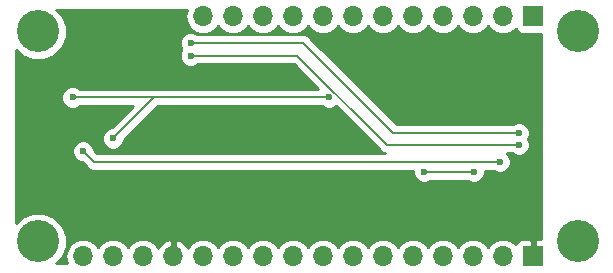
<source format=gbr>
G04 #@! TF.GenerationSoftware,KiCad,Pcbnew,(5.0.1)-3*
G04 #@! TF.CreationDate,2018-11-27T12:57:36+01:00*
G04 #@! TF.ProjectId,Adafruit_FeatherWing,41646166727569745F46656174686572,rev?*
G04 #@! TF.SameCoordinates,Original*
G04 #@! TF.FileFunction,Copper,L2,Bot,Signal*
G04 #@! TF.FilePolarity,Positive*
%FSLAX46Y46*%
G04 Gerber Fmt 4.6, Leading zero omitted, Abs format (unit mm)*
G04 Created by KiCad (PCBNEW (5.0.1)-3) date 27.11.2018 12:57:36*
%MOMM*%
%LPD*%
G01*
G04 APERTURE LIST*
G04 #@! TA.AperFunction,ComponentPad*
%ADD10R,1.700000X1.700000*%
G04 #@! TD*
G04 #@! TA.AperFunction,ComponentPad*
%ADD11O,1.700000X1.700000*%
G04 #@! TD*
G04 #@! TA.AperFunction,WasherPad*
%ADD12C,3.556000*%
G04 #@! TD*
G04 #@! TA.AperFunction,ViaPad*
%ADD13C,0.600000*%
G04 #@! TD*
G04 #@! TA.AperFunction,Conductor*
%ADD14C,0.200000*%
G04 #@! TD*
G04 #@! TA.AperFunction,Conductor*
%ADD15C,0.254000*%
G04 #@! TD*
G04 APERTURE END LIST*
D10*
G04 #@! TO.P,JP1,1*
G04 #@! TO.N,GND*
X156210000Y-124460000D03*
D11*
G04 #@! TO.P,JP1,2*
G04 #@! TO.N,/SWDIO*
X153670000Y-124460000D03*
G04 #@! TO.P,JP1,3*
G04 #@! TO.N,/SWDCLK*
X151130000Y-124460000D03*
G04 #@! TO.P,JP1,4*
G04 #@! TO.N,/P.24*
X148590000Y-124460000D03*
G04 #@! TO.P,JP1,5*
G04 #@! TO.N,/P.23*
X146050000Y-124460000D03*
G04 #@! TO.P,JP1,6*
G04 #@! TO.N,/P.22*
X143510000Y-124460000D03*
G04 #@! TO.P,JP1,7*
G04 #@! TO.N,/P.20*
X140970000Y-124460000D03*
G04 #@! TO.P,JP1,8*
G04 #@! TO.N,/P.19*
X138430000Y-124460000D03*
G04 #@! TO.P,JP1,9*
G04 #@! TO.N,/P.18*
X135890000Y-124460000D03*
G04 #@! TO.P,JP1,10*
G04 #@! TO.N,/P.17*
X133350000Y-124460000D03*
G04 #@! TO.P,JP1,11*
G04 #@! TO.N,/P.16*
X130810000Y-124460000D03*
G04 #@! TO.P,JP1,12*
G04 #@! TO.N,/P.15*
X128270000Y-124460000D03*
G04 #@! TO.P,JP1,13*
G04 #@! TO.N,GND*
X125730000Y-124460000D03*
G04 #@! TO.P,JP1,14*
G04 #@! TO.N,/P.14*
X123190000Y-124460000D03*
G04 #@! TO.P,JP1,15*
G04 #@! TO.N,VCC*
X120650000Y-124460000D03*
G04 #@! TO.P,JP1,16*
G04 #@! TO.N,/~RESET*
X118110000Y-124460000D03*
G04 #@! TD*
D12*
G04 #@! TO.P,PCB\002A\002A,*
G04 #@! TO.N,*
X160020000Y-123190000D03*
X114300000Y-123190000D03*
X160020000Y-105410000D03*
X114300000Y-105410000D03*
G04 #@! TD*
D10*
G04 #@! TO.P,JP3,1*
G04 #@! TO.N,/P.25*
X156210000Y-104140000D03*
D11*
G04 #@! TO.P,JP3,2*
G04 #@! TO.N,/P.26*
X153670000Y-104140000D03*
G04 #@! TO.P,JP3,3*
G04 #@! TO.N,/P.27*
X151130000Y-104140000D03*
G04 #@! TO.P,JP3,4*
G04 #@! TO.N,/P.28*
X148590000Y-104140000D03*
G04 #@! TO.P,JP3,5*
G04 #@! TO.N,/P.29*
X146050000Y-104140000D03*
G04 #@! TO.P,JP3,6*
G04 #@! TO.N,/P.30*
X143510000Y-104140000D03*
G04 #@! TO.P,JP3,7*
G04 #@! TO.N,/P.31*
X140970000Y-104140000D03*
G04 #@! TO.P,JP3,8*
G04 #@! TO.N,/P.00*
X138430000Y-104140000D03*
G04 #@! TO.P,JP3,9*
G04 #@! TO.N,/P.01*
X135890000Y-104140000D03*
G04 #@! TO.P,JP3,10*
G04 #@! TO.N,/P.02*
X133350000Y-104140000D03*
G04 #@! TO.P,JP3,11*
G04 #@! TO.N,/P.03*
X130810000Y-104140000D03*
G04 #@! TO.P,JP3,12*
G04 #@! TO.N,/P.04*
X128270000Y-104140000D03*
G04 #@! TD*
D13*
G04 #@! TO.N,/SWDCLK*
X155020000Y-115000000D03*
G04 #@! TO.N,GND*
X146970000Y-118900000D03*
X121860000Y-105410000D03*
G04 #@! TO.N,/SWDIO*
X127220000Y-106400000D03*
G04 #@! TO.N,VCC*
X138920000Y-111000000D03*
X120650000Y-114470000D03*
X117220000Y-111000000D03*
G04 #@! TO.N,/~RESET*
X118110000Y-115550000D03*
X153420000Y-116450000D03*
G04 #@! TO.N,/SWDIO*
X155020000Y-114000000D03*
G04 #@! TO.N,/SWDCLK*
X127220000Y-107450000D03*
G04 #@! TO.N,/P.17*
X151220000Y-117300000D03*
X146970000Y-117300000D03*
G04 #@! TD*
D14*
G04 #@! TO.N,VCC*
X138920000Y-111000000D02*
X138920000Y-111000000D01*
X124120000Y-111000000D02*
X124120000Y-111000000D01*
X138920000Y-111000000D02*
X124120000Y-111000000D01*
X117220000Y-111040000D02*
X117220000Y-111000000D01*
X124120000Y-111000000D02*
X117220000Y-111000000D01*
X117220000Y-111000000D02*
X117220000Y-111000000D01*
X120650000Y-114470000D02*
X124120000Y-111000000D01*
G04 #@! TO.N,/~RESET*
X119010000Y-116450000D02*
X118110000Y-115550000D01*
X152320000Y-116450000D02*
X119010000Y-116450000D01*
X152320000Y-116450000D02*
X153420000Y-116450000D01*
G04 #@! TO.N,/SWDIO*
X144370000Y-114000000D02*
X155020000Y-114000000D01*
X136770000Y-106400000D02*
X144370000Y-114000000D01*
X127220000Y-106400000D02*
X136770000Y-106400000D01*
G04 #@! TO.N,/SWDCLK*
X136258002Y-107450000D02*
X127220000Y-107450000D01*
X143808002Y-115000000D02*
X136258002Y-107450000D01*
X143808002Y-115000000D02*
X155020000Y-115000000D01*
G04 #@! TO.N,/P.17*
X151220000Y-117300000D02*
X146970000Y-117300000D01*
G04 #@! TD*
D15*
G04 #@! TO.N,GND*
G36*
X126871161Y-103560582D02*
X126755908Y-104140000D01*
X126871161Y-104719418D01*
X127199375Y-105210625D01*
X127690582Y-105538839D01*
X128123744Y-105625000D01*
X128416256Y-105625000D01*
X128849418Y-105538839D01*
X129340625Y-105210625D01*
X129540000Y-104912239D01*
X129739375Y-105210625D01*
X130230582Y-105538839D01*
X130663744Y-105625000D01*
X130956256Y-105625000D01*
X131389418Y-105538839D01*
X131880625Y-105210625D01*
X132080000Y-104912239D01*
X132279375Y-105210625D01*
X132770582Y-105538839D01*
X133203744Y-105625000D01*
X133496256Y-105625000D01*
X133929418Y-105538839D01*
X134420625Y-105210625D01*
X134620000Y-104912239D01*
X134819375Y-105210625D01*
X135310582Y-105538839D01*
X135743744Y-105625000D01*
X136036256Y-105625000D01*
X136469418Y-105538839D01*
X136960625Y-105210625D01*
X137160000Y-104912239D01*
X137359375Y-105210625D01*
X137850582Y-105538839D01*
X138283744Y-105625000D01*
X138576256Y-105625000D01*
X139009418Y-105538839D01*
X139500625Y-105210625D01*
X139700000Y-104912239D01*
X139899375Y-105210625D01*
X140390582Y-105538839D01*
X140823744Y-105625000D01*
X141116256Y-105625000D01*
X141549418Y-105538839D01*
X142040625Y-105210625D01*
X142240000Y-104912239D01*
X142439375Y-105210625D01*
X142930582Y-105538839D01*
X143363744Y-105625000D01*
X143656256Y-105625000D01*
X144089418Y-105538839D01*
X144580625Y-105210625D01*
X144780000Y-104912239D01*
X144979375Y-105210625D01*
X145470582Y-105538839D01*
X145903744Y-105625000D01*
X146196256Y-105625000D01*
X146629418Y-105538839D01*
X147120625Y-105210625D01*
X147320000Y-104912239D01*
X147519375Y-105210625D01*
X148010582Y-105538839D01*
X148443744Y-105625000D01*
X148736256Y-105625000D01*
X149169418Y-105538839D01*
X149660625Y-105210625D01*
X149860000Y-104912239D01*
X150059375Y-105210625D01*
X150550582Y-105538839D01*
X150983744Y-105625000D01*
X151276256Y-105625000D01*
X151709418Y-105538839D01*
X152200625Y-105210625D01*
X152400000Y-104912239D01*
X152599375Y-105210625D01*
X153090582Y-105538839D01*
X153523744Y-105625000D01*
X153816256Y-105625000D01*
X154249418Y-105538839D01*
X154740625Y-105210625D01*
X154752816Y-105192381D01*
X154761843Y-105237765D01*
X154902191Y-105447809D01*
X155112235Y-105588157D01*
X155360000Y-105637440D01*
X156868000Y-105637440D01*
X156868000Y-122975000D01*
X156495750Y-122975000D01*
X156337000Y-123133750D01*
X156337000Y-124333000D01*
X156357000Y-124333000D01*
X156357000Y-124587000D01*
X156337000Y-124587000D01*
X156337000Y-124607000D01*
X156083000Y-124607000D01*
X156083000Y-124587000D01*
X156063000Y-124587000D01*
X156063000Y-124333000D01*
X156083000Y-124333000D01*
X156083000Y-123133750D01*
X155924250Y-122975000D01*
X155233690Y-122975000D01*
X155000301Y-123071673D01*
X154821673Y-123250302D01*
X154755096Y-123411033D01*
X154740625Y-123389375D01*
X154249418Y-123061161D01*
X153816256Y-122975000D01*
X153523744Y-122975000D01*
X153090582Y-123061161D01*
X152599375Y-123389375D01*
X152400000Y-123687761D01*
X152200625Y-123389375D01*
X151709418Y-123061161D01*
X151276256Y-122975000D01*
X150983744Y-122975000D01*
X150550582Y-123061161D01*
X150059375Y-123389375D01*
X149860000Y-123687761D01*
X149660625Y-123389375D01*
X149169418Y-123061161D01*
X148736256Y-122975000D01*
X148443744Y-122975000D01*
X148010582Y-123061161D01*
X147519375Y-123389375D01*
X147320000Y-123687761D01*
X147120625Y-123389375D01*
X146629418Y-123061161D01*
X146196256Y-122975000D01*
X145903744Y-122975000D01*
X145470582Y-123061161D01*
X144979375Y-123389375D01*
X144780000Y-123687761D01*
X144580625Y-123389375D01*
X144089418Y-123061161D01*
X143656256Y-122975000D01*
X143363744Y-122975000D01*
X142930582Y-123061161D01*
X142439375Y-123389375D01*
X142240000Y-123687761D01*
X142040625Y-123389375D01*
X141549418Y-123061161D01*
X141116256Y-122975000D01*
X140823744Y-122975000D01*
X140390582Y-123061161D01*
X139899375Y-123389375D01*
X139700000Y-123687761D01*
X139500625Y-123389375D01*
X139009418Y-123061161D01*
X138576256Y-122975000D01*
X138283744Y-122975000D01*
X137850582Y-123061161D01*
X137359375Y-123389375D01*
X137160000Y-123687761D01*
X136960625Y-123389375D01*
X136469418Y-123061161D01*
X136036256Y-122975000D01*
X135743744Y-122975000D01*
X135310582Y-123061161D01*
X134819375Y-123389375D01*
X134620000Y-123687761D01*
X134420625Y-123389375D01*
X133929418Y-123061161D01*
X133496256Y-122975000D01*
X133203744Y-122975000D01*
X132770582Y-123061161D01*
X132279375Y-123389375D01*
X132080000Y-123687761D01*
X131880625Y-123389375D01*
X131389418Y-123061161D01*
X130956256Y-122975000D01*
X130663744Y-122975000D01*
X130230582Y-123061161D01*
X129739375Y-123389375D01*
X129540000Y-123687761D01*
X129340625Y-123389375D01*
X128849418Y-123061161D01*
X128416256Y-122975000D01*
X128123744Y-122975000D01*
X127690582Y-123061161D01*
X127199375Y-123389375D01*
X126986157Y-123708478D01*
X126925183Y-123578642D01*
X126496924Y-123188355D01*
X126086890Y-123018524D01*
X125857000Y-123139845D01*
X125857000Y-124333000D01*
X125877000Y-124333000D01*
X125877000Y-124587000D01*
X125857000Y-124587000D01*
X125857000Y-124607000D01*
X125603000Y-124607000D01*
X125603000Y-124587000D01*
X125583000Y-124587000D01*
X125583000Y-124333000D01*
X125603000Y-124333000D01*
X125603000Y-123139845D01*
X125373110Y-123018524D01*
X124963076Y-123188355D01*
X124534817Y-123578642D01*
X124473843Y-123708478D01*
X124260625Y-123389375D01*
X123769418Y-123061161D01*
X123336256Y-122975000D01*
X123043744Y-122975000D01*
X122610582Y-123061161D01*
X122119375Y-123389375D01*
X121920000Y-123687761D01*
X121720625Y-123389375D01*
X121229418Y-123061161D01*
X120796256Y-122975000D01*
X120503744Y-122975000D01*
X120070582Y-123061161D01*
X119579375Y-123389375D01*
X119380000Y-123687761D01*
X119180625Y-123389375D01*
X118689418Y-123061161D01*
X118256256Y-122975000D01*
X117963744Y-122975000D01*
X117530582Y-123061161D01*
X117039375Y-123389375D01*
X116711161Y-123880582D01*
X116595908Y-124460000D01*
X116711161Y-125039418D01*
X116714891Y-125045000D01*
X115857496Y-125045000D01*
X116345642Y-124556854D01*
X116713000Y-123669975D01*
X116713000Y-122710025D01*
X116345642Y-121823146D01*
X115666854Y-121144358D01*
X114779975Y-120777000D01*
X113820025Y-120777000D01*
X112933146Y-121144358D01*
X112445000Y-121632504D01*
X112445000Y-110814017D01*
X116285000Y-110814017D01*
X116285000Y-111185983D01*
X116427345Y-111529635D01*
X116690365Y-111792655D01*
X117034017Y-111935000D01*
X117405983Y-111935000D01*
X117749635Y-111792655D01*
X117807290Y-111735000D01*
X122345553Y-111735000D01*
X120545554Y-113535000D01*
X120464017Y-113535000D01*
X120120365Y-113677345D01*
X119857345Y-113940365D01*
X119715000Y-114284017D01*
X119715000Y-114655983D01*
X119857345Y-114999635D01*
X120120365Y-115262655D01*
X120464017Y-115405000D01*
X120835983Y-115405000D01*
X121179635Y-115262655D01*
X121442655Y-114999635D01*
X121585000Y-114655983D01*
X121585000Y-114574446D01*
X124424447Y-111735000D01*
X138332710Y-111735000D01*
X138390365Y-111792655D01*
X138734017Y-111935000D01*
X139105983Y-111935000D01*
X139449635Y-111792655D01*
X139505423Y-111736867D01*
X143237093Y-115468538D01*
X143278097Y-115529905D01*
X143521219Y-115692354D01*
X143635068Y-115715000D01*
X119314447Y-115715000D01*
X119045000Y-115445554D01*
X119045000Y-115364017D01*
X118902655Y-115020365D01*
X118639635Y-114757345D01*
X118295983Y-114615000D01*
X117924017Y-114615000D01*
X117580365Y-114757345D01*
X117317345Y-115020365D01*
X117175000Y-115364017D01*
X117175000Y-115735983D01*
X117317345Y-116079635D01*
X117580365Y-116342655D01*
X117924017Y-116485000D01*
X118005554Y-116485000D01*
X118439090Y-116918537D01*
X118480095Y-116979905D01*
X118723217Y-117142354D01*
X118937612Y-117185000D01*
X118937615Y-117185000D01*
X119009999Y-117199398D01*
X119082383Y-117185000D01*
X146035000Y-117185000D01*
X146035000Y-117485983D01*
X146177345Y-117829635D01*
X146440365Y-118092655D01*
X146784017Y-118235000D01*
X147155983Y-118235000D01*
X147499635Y-118092655D01*
X147557290Y-118035000D01*
X150632710Y-118035000D01*
X150690365Y-118092655D01*
X151034017Y-118235000D01*
X151405983Y-118235000D01*
X151749635Y-118092655D01*
X152012655Y-117829635D01*
X152155000Y-117485983D01*
X152155000Y-117185000D01*
X152832710Y-117185000D01*
X152890365Y-117242655D01*
X153234017Y-117385000D01*
X153605983Y-117385000D01*
X153949635Y-117242655D01*
X154212655Y-116979635D01*
X154355000Y-116635983D01*
X154355000Y-116264017D01*
X154212655Y-115920365D01*
X154027290Y-115735000D01*
X154432710Y-115735000D01*
X154490365Y-115792655D01*
X154834017Y-115935000D01*
X155205983Y-115935000D01*
X155549635Y-115792655D01*
X155812655Y-115529635D01*
X155955000Y-115185983D01*
X155955000Y-114814017D01*
X155824930Y-114500000D01*
X155955000Y-114185983D01*
X155955000Y-113814017D01*
X155812655Y-113470365D01*
X155549635Y-113207345D01*
X155205983Y-113065000D01*
X154834017Y-113065000D01*
X154490365Y-113207345D01*
X154432710Y-113265000D01*
X144674447Y-113265000D01*
X137340911Y-105931465D01*
X137299905Y-105870095D01*
X137056783Y-105707646D01*
X136842388Y-105665000D01*
X136842384Y-105665000D01*
X136770000Y-105650602D01*
X136697616Y-105665000D01*
X127807290Y-105665000D01*
X127749635Y-105607345D01*
X127405983Y-105465000D01*
X127034017Y-105465000D01*
X126690365Y-105607345D01*
X126427345Y-105870365D01*
X126285000Y-106214017D01*
X126285000Y-106585983D01*
X126425425Y-106925000D01*
X126285000Y-107264017D01*
X126285000Y-107635983D01*
X126427345Y-107979635D01*
X126690365Y-108242655D01*
X127034017Y-108385000D01*
X127405983Y-108385000D01*
X127749635Y-108242655D01*
X127807290Y-108185000D01*
X135953556Y-108185000D01*
X138033556Y-110265000D01*
X124192383Y-110265000D01*
X124119999Y-110250602D01*
X124047615Y-110265000D01*
X117807290Y-110265000D01*
X117749635Y-110207345D01*
X117405983Y-110065000D01*
X117034017Y-110065000D01*
X116690365Y-110207345D01*
X116427345Y-110470365D01*
X116285000Y-110814017D01*
X112445000Y-110814017D01*
X112445000Y-106967496D01*
X112933146Y-107455642D01*
X113820025Y-107823000D01*
X114779975Y-107823000D01*
X115666854Y-107455642D01*
X116345642Y-106776854D01*
X116713000Y-105889975D01*
X116713000Y-104930025D01*
X116345642Y-104043146D01*
X115857496Y-103555000D01*
X126874891Y-103555000D01*
X126871161Y-103560582D01*
X126871161Y-103560582D01*
G37*
X126871161Y-103560582D02*
X126755908Y-104140000D01*
X126871161Y-104719418D01*
X127199375Y-105210625D01*
X127690582Y-105538839D01*
X128123744Y-105625000D01*
X128416256Y-105625000D01*
X128849418Y-105538839D01*
X129340625Y-105210625D01*
X129540000Y-104912239D01*
X129739375Y-105210625D01*
X130230582Y-105538839D01*
X130663744Y-105625000D01*
X130956256Y-105625000D01*
X131389418Y-105538839D01*
X131880625Y-105210625D01*
X132080000Y-104912239D01*
X132279375Y-105210625D01*
X132770582Y-105538839D01*
X133203744Y-105625000D01*
X133496256Y-105625000D01*
X133929418Y-105538839D01*
X134420625Y-105210625D01*
X134620000Y-104912239D01*
X134819375Y-105210625D01*
X135310582Y-105538839D01*
X135743744Y-105625000D01*
X136036256Y-105625000D01*
X136469418Y-105538839D01*
X136960625Y-105210625D01*
X137160000Y-104912239D01*
X137359375Y-105210625D01*
X137850582Y-105538839D01*
X138283744Y-105625000D01*
X138576256Y-105625000D01*
X139009418Y-105538839D01*
X139500625Y-105210625D01*
X139700000Y-104912239D01*
X139899375Y-105210625D01*
X140390582Y-105538839D01*
X140823744Y-105625000D01*
X141116256Y-105625000D01*
X141549418Y-105538839D01*
X142040625Y-105210625D01*
X142240000Y-104912239D01*
X142439375Y-105210625D01*
X142930582Y-105538839D01*
X143363744Y-105625000D01*
X143656256Y-105625000D01*
X144089418Y-105538839D01*
X144580625Y-105210625D01*
X144780000Y-104912239D01*
X144979375Y-105210625D01*
X145470582Y-105538839D01*
X145903744Y-105625000D01*
X146196256Y-105625000D01*
X146629418Y-105538839D01*
X147120625Y-105210625D01*
X147320000Y-104912239D01*
X147519375Y-105210625D01*
X148010582Y-105538839D01*
X148443744Y-105625000D01*
X148736256Y-105625000D01*
X149169418Y-105538839D01*
X149660625Y-105210625D01*
X149860000Y-104912239D01*
X150059375Y-105210625D01*
X150550582Y-105538839D01*
X150983744Y-105625000D01*
X151276256Y-105625000D01*
X151709418Y-105538839D01*
X152200625Y-105210625D01*
X152400000Y-104912239D01*
X152599375Y-105210625D01*
X153090582Y-105538839D01*
X153523744Y-105625000D01*
X153816256Y-105625000D01*
X154249418Y-105538839D01*
X154740625Y-105210625D01*
X154752816Y-105192381D01*
X154761843Y-105237765D01*
X154902191Y-105447809D01*
X155112235Y-105588157D01*
X155360000Y-105637440D01*
X156868000Y-105637440D01*
X156868000Y-122975000D01*
X156495750Y-122975000D01*
X156337000Y-123133750D01*
X156337000Y-124333000D01*
X156357000Y-124333000D01*
X156357000Y-124587000D01*
X156337000Y-124587000D01*
X156337000Y-124607000D01*
X156083000Y-124607000D01*
X156083000Y-124587000D01*
X156063000Y-124587000D01*
X156063000Y-124333000D01*
X156083000Y-124333000D01*
X156083000Y-123133750D01*
X155924250Y-122975000D01*
X155233690Y-122975000D01*
X155000301Y-123071673D01*
X154821673Y-123250302D01*
X154755096Y-123411033D01*
X154740625Y-123389375D01*
X154249418Y-123061161D01*
X153816256Y-122975000D01*
X153523744Y-122975000D01*
X153090582Y-123061161D01*
X152599375Y-123389375D01*
X152400000Y-123687761D01*
X152200625Y-123389375D01*
X151709418Y-123061161D01*
X151276256Y-122975000D01*
X150983744Y-122975000D01*
X150550582Y-123061161D01*
X150059375Y-123389375D01*
X149860000Y-123687761D01*
X149660625Y-123389375D01*
X149169418Y-123061161D01*
X148736256Y-122975000D01*
X148443744Y-122975000D01*
X148010582Y-123061161D01*
X147519375Y-123389375D01*
X147320000Y-123687761D01*
X147120625Y-123389375D01*
X146629418Y-123061161D01*
X146196256Y-122975000D01*
X145903744Y-122975000D01*
X145470582Y-123061161D01*
X144979375Y-123389375D01*
X144780000Y-123687761D01*
X144580625Y-123389375D01*
X144089418Y-123061161D01*
X143656256Y-122975000D01*
X143363744Y-122975000D01*
X142930582Y-123061161D01*
X142439375Y-123389375D01*
X142240000Y-123687761D01*
X142040625Y-123389375D01*
X141549418Y-123061161D01*
X141116256Y-122975000D01*
X140823744Y-122975000D01*
X140390582Y-123061161D01*
X139899375Y-123389375D01*
X139700000Y-123687761D01*
X139500625Y-123389375D01*
X139009418Y-123061161D01*
X138576256Y-122975000D01*
X138283744Y-122975000D01*
X137850582Y-123061161D01*
X137359375Y-123389375D01*
X137160000Y-123687761D01*
X136960625Y-123389375D01*
X136469418Y-123061161D01*
X136036256Y-122975000D01*
X135743744Y-122975000D01*
X135310582Y-123061161D01*
X134819375Y-123389375D01*
X134620000Y-123687761D01*
X134420625Y-123389375D01*
X133929418Y-123061161D01*
X133496256Y-122975000D01*
X133203744Y-122975000D01*
X132770582Y-123061161D01*
X132279375Y-123389375D01*
X132080000Y-123687761D01*
X131880625Y-123389375D01*
X131389418Y-123061161D01*
X130956256Y-122975000D01*
X130663744Y-122975000D01*
X130230582Y-123061161D01*
X129739375Y-123389375D01*
X129540000Y-123687761D01*
X129340625Y-123389375D01*
X128849418Y-123061161D01*
X128416256Y-122975000D01*
X128123744Y-122975000D01*
X127690582Y-123061161D01*
X127199375Y-123389375D01*
X126986157Y-123708478D01*
X126925183Y-123578642D01*
X126496924Y-123188355D01*
X126086890Y-123018524D01*
X125857000Y-123139845D01*
X125857000Y-124333000D01*
X125877000Y-124333000D01*
X125877000Y-124587000D01*
X125857000Y-124587000D01*
X125857000Y-124607000D01*
X125603000Y-124607000D01*
X125603000Y-124587000D01*
X125583000Y-124587000D01*
X125583000Y-124333000D01*
X125603000Y-124333000D01*
X125603000Y-123139845D01*
X125373110Y-123018524D01*
X124963076Y-123188355D01*
X124534817Y-123578642D01*
X124473843Y-123708478D01*
X124260625Y-123389375D01*
X123769418Y-123061161D01*
X123336256Y-122975000D01*
X123043744Y-122975000D01*
X122610582Y-123061161D01*
X122119375Y-123389375D01*
X121920000Y-123687761D01*
X121720625Y-123389375D01*
X121229418Y-123061161D01*
X120796256Y-122975000D01*
X120503744Y-122975000D01*
X120070582Y-123061161D01*
X119579375Y-123389375D01*
X119380000Y-123687761D01*
X119180625Y-123389375D01*
X118689418Y-123061161D01*
X118256256Y-122975000D01*
X117963744Y-122975000D01*
X117530582Y-123061161D01*
X117039375Y-123389375D01*
X116711161Y-123880582D01*
X116595908Y-124460000D01*
X116711161Y-125039418D01*
X116714891Y-125045000D01*
X115857496Y-125045000D01*
X116345642Y-124556854D01*
X116713000Y-123669975D01*
X116713000Y-122710025D01*
X116345642Y-121823146D01*
X115666854Y-121144358D01*
X114779975Y-120777000D01*
X113820025Y-120777000D01*
X112933146Y-121144358D01*
X112445000Y-121632504D01*
X112445000Y-110814017D01*
X116285000Y-110814017D01*
X116285000Y-111185983D01*
X116427345Y-111529635D01*
X116690365Y-111792655D01*
X117034017Y-111935000D01*
X117405983Y-111935000D01*
X117749635Y-111792655D01*
X117807290Y-111735000D01*
X122345553Y-111735000D01*
X120545554Y-113535000D01*
X120464017Y-113535000D01*
X120120365Y-113677345D01*
X119857345Y-113940365D01*
X119715000Y-114284017D01*
X119715000Y-114655983D01*
X119857345Y-114999635D01*
X120120365Y-115262655D01*
X120464017Y-115405000D01*
X120835983Y-115405000D01*
X121179635Y-115262655D01*
X121442655Y-114999635D01*
X121585000Y-114655983D01*
X121585000Y-114574446D01*
X124424447Y-111735000D01*
X138332710Y-111735000D01*
X138390365Y-111792655D01*
X138734017Y-111935000D01*
X139105983Y-111935000D01*
X139449635Y-111792655D01*
X139505423Y-111736867D01*
X143237093Y-115468538D01*
X143278097Y-115529905D01*
X143521219Y-115692354D01*
X143635068Y-115715000D01*
X119314447Y-115715000D01*
X119045000Y-115445554D01*
X119045000Y-115364017D01*
X118902655Y-115020365D01*
X118639635Y-114757345D01*
X118295983Y-114615000D01*
X117924017Y-114615000D01*
X117580365Y-114757345D01*
X117317345Y-115020365D01*
X117175000Y-115364017D01*
X117175000Y-115735983D01*
X117317345Y-116079635D01*
X117580365Y-116342655D01*
X117924017Y-116485000D01*
X118005554Y-116485000D01*
X118439090Y-116918537D01*
X118480095Y-116979905D01*
X118723217Y-117142354D01*
X118937612Y-117185000D01*
X118937615Y-117185000D01*
X119009999Y-117199398D01*
X119082383Y-117185000D01*
X146035000Y-117185000D01*
X146035000Y-117485983D01*
X146177345Y-117829635D01*
X146440365Y-118092655D01*
X146784017Y-118235000D01*
X147155983Y-118235000D01*
X147499635Y-118092655D01*
X147557290Y-118035000D01*
X150632710Y-118035000D01*
X150690365Y-118092655D01*
X151034017Y-118235000D01*
X151405983Y-118235000D01*
X151749635Y-118092655D01*
X152012655Y-117829635D01*
X152155000Y-117485983D01*
X152155000Y-117185000D01*
X152832710Y-117185000D01*
X152890365Y-117242655D01*
X153234017Y-117385000D01*
X153605983Y-117385000D01*
X153949635Y-117242655D01*
X154212655Y-116979635D01*
X154355000Y-116635983D01*
X154355000Y-116264017D01*
X154212655Y-115920365D01*
X154027290Y-115735000D01*
X154432710Y-115735000D01*
X154490365Y-115792655D01*
X154834017Y-115935000D01*
X155205983Y-115935000D01*
X155549635Y-115792655D01*
X155812655Y-115529635D01*
X155955000Y-115185983D01*
X155955000Y-114814017D01*
X155824930Y-114500000D01*
X155955000Y-114185983D01*
X155955000Y-113814017D01*
X155812655Y-113470365D01*
X155549635Y-113207345D01*
X155205983Y-113065000D01*
X154834017Y-113065000D01*
X154490365Y-113207345D01*
X154432710Y-113265000D01*
X144674447Y-113265000D01*
X137340911Y-105931465D01*
X137299905Y-105870095D01*
X137056783Y-105707646D01*
X136842388Y-105665000D01*
X136842384Y-105665000D01*
X136770000Y-105650602D01*
X136697616Y-105665000D01*
X127807290Y-105665000D01*
X127749635Y-105607345D01*
X127405983Y-105465000D01*
X127034017Y-105465000D01*
X126690365Y-105607345D01*
X126427345Y-105870365D01*
X126285000Y-106214017D01*
X126285000Y-106585983D01*
X126425425Y-106925000D01*
X126285000Y-107264017D01*
X126285000Y-107635983D01*
X126427345Y-107979635D01*
X126690365Y-108242655D01*
X127034017Y-108385000D01*
X127405983Y-108385000D01*
X127749635Y-108242655D01*
X127807290Y-108185000D01*
X135953556Y-108185000D01*
X138033556Y-110265000D01*
X124192383Y-110265000D01*
X124119999Y-110250602D01*
X124047615Y-110265000D01*
X117807290Y-110265000D01*
X117749635Y-110207345D01*
X117405983Y-110065000D01*
X117034017Y-110065000D01*
X116690365Y-110207345D01*
X116427345Y-110470365D01*
X116285000Y-110814017D01*
X112445000Y-110814017D01*
X112445000Y-106967496D01*
X112933146Y-107455642D01*
X113820025Y-107823000D01*
X114779975Y-107823000D01*
X115666854Y-107455642D01*
X116345642Y-106776854D01*
X116713000Y-105889975D01*
X116713000Y-104930025D01*
X116345642Y-104043146D01*
X115857496Y-103555000D01*
X126874891Y-103555000D01*
X126871161Y-103560582D01*
G04 #@! TD*
M02*

</source>
